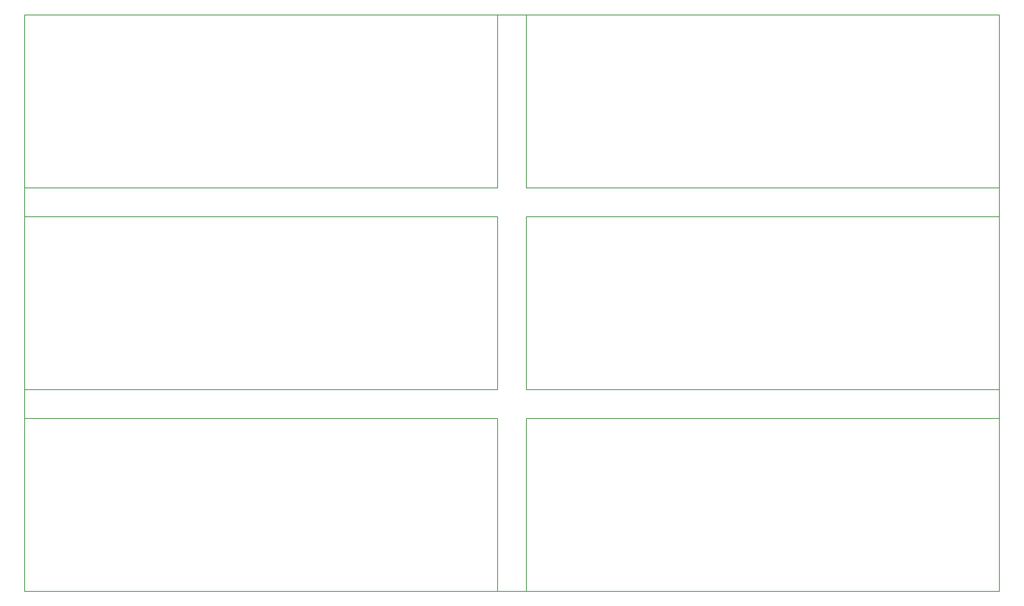
<source format=gbr>
G04 DipTrace 2.4.0.2*
%INBoardOutline.gbr*%
%MOIN*%
%ADD11C,0.006*%
%FSLAX44Y44*%
G04*
G70*
G90*
G75*
G01*
%LNBoardOutline*%
%LPD*%
X0Y0D2*
D11*
X41000D1*
Y15000D1*
X0D1*
Y0D1*
X43500D2*
X84500D1*
Y15000D1*
X43500D1*
Y0D1*
X0Y17500D2*
X41000D1*
Y32500D1*
X0D1*
Y17500D1*
X43500D2*
X84500D1*
Y32500D1*
X43500D1*
Y17500D1*
X0Y35000D2*
X41000D1*
Y50000D1*
X0D1*
Y35000D1*
X43500D2*
X84500D1*
Y50000D1*
X43500D1*
Y35000D1*
X0Y50000D2*
X84500D1*
Y0D1*
X0D1*
Y50000D1*
M02*

</source>
